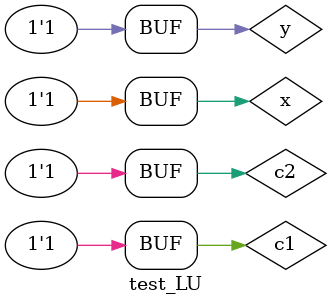
<source format=v>
module LU (output sON, output sXX, input a, input b, input c1, input c2);
	wire notC1,notC2,xorAB,xnorAB,orAB,norAB,and1,and2,and3,and4;		
	not NOT1   (notC1, c1);
	not NOT2   (notC2, c2);
	xor XOR1   (xorAB, a, b);
	xnor XNOR1 (xnorAB, a, b);
	nor NOR1   (norAB, a, b);
	and AND1   (and1, xorAB, c1, notC2);
	and AND2   (and2, xnorAB, c1, c2);
	and AND3   (and3, orAB, notC1, notC2);
	and AND4   (and4, norAB, notC1, c2);
	or  OR1    (orAB, a, b);
	or OR2     (sXX, and1, and2);
	or OR3     (sON, and3, and4);
endmodule 
module test_LU;
// ------------------------- definir dados
   reg x;
	reg y;
	reg c1;
	reg c2;
	wire w;
	wire z;
	LU modulo (w, z, x, y, c1, c2);
	initial begin: start
		x = 0; 
		y = 0;
		c1= 0;
		c2= 0;
	end	
   initial begin
      $display("Exemplo0034 - Gabriel Carlos Damasceno Arriel - 451557");
      $display("Test LU's module");
		$display ("\nValor da Selecao = 00");
      $monitor("Entradas : a = %b b = %b Selecao: OR = %b",x,y,w); 
		#1 
		x = 0; y = 1; c1 = 0; c2 = 0;  
		#1 
		x = 1; y = 0; c1 = 0; c2 = 0;
		#1
		x = 1; y = 1; c1 = 0; c2 = 0;
		#1
		$display ("\nValor da Selecao = 01");
		$monitor("Entradas : a = %b b = %b Selecao: NOR = %b",x,y,w);
		x = 0; y = 0; c1 = 0; c2 = 1;
		#1
		x = 0; y = 1; c1 = 0; c2 = 1;
		#1 
		x = 1; y = 0; c1 = 0; c2 = 1;
		#1 
		x = 1; y = 1; c1 = 0; c2 = 1;
		#1
		$display ("\nValor da Selecao = 10");
		$monitor("Entradas : a = %b b = %b Selecao: XOR = %b",x,y,z);
		x = 0; y = 0; c1 = 1; c2 = 0;
		#1
		x = 0; y = 1; c1 = 1; c2 = 0;
		#1 
		x = 1; y = 0; c1 = 1; c2 = 0;
		#1 
		x = 1; y = 1; c1 = 1; c2 = 0;
		#1
		$display ("\nValor da Selecao = 11");
		$monitor("Entradas : a = %b b = %b Selecao: XNOR = %b",x,y,z);
		x = 0; y = 0; c1 = 1; c2 = 1;
		#1
		x = 0; y = 1; c1 = 1; c2 = 1;
		#1 
		x = 1; y = 0; c1 = 1; c2 = 1;
		#1 
		x = 1; y = 1; c1 = 1; c2 = 1;			
   end
endmodule // test_LU
</source>
